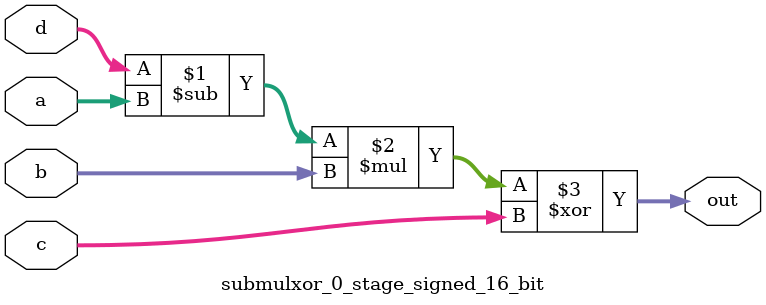
<source format=sv>
(* use_dsp = "yes" *) module submulxor_0_stage_signed_16_bit(
	input signed [15:0] a,
	input signed [15:0] b,
	input signed [15:0] c,
	input signed [15:0] d,
	output [15:0] out
	);

	assign out = ((d - a) * b) ^ c;
endmodule

</source>
